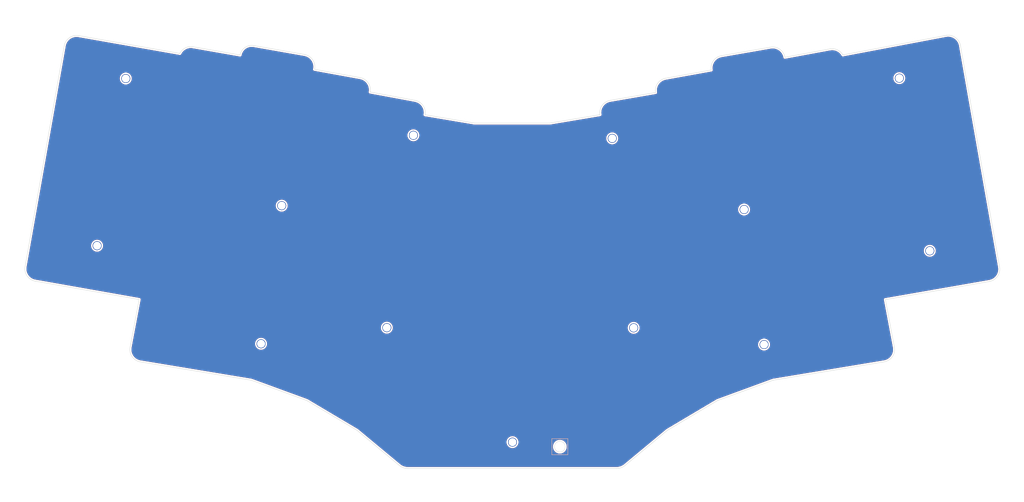
<source format=kicad_pcb>
(kicad_pcb (version 20211014) (generator pcbnew)
  (layers (0 "F.Cu" signal) (31 "B.Cu" signal) (34 "B.Paste" user) (35 "F.Paste" user) (36 "B.SilkS" user "B.Silkscreen") (37 "F.SilkS" user "F.Silkscreen") (38 "B.Mask" user) (39 "F.Mask" user) (44 "Edge.Cuts" user))
  (net 0 "")
  (footprint "fingerpunch-plates:MountingHole_2.5mm" (layer "F.Cu") (at 266.542584 182.865693)
    (fp_text reference "H11")
    (fp_text value "MountingHole")
    (pad "" np_thru_hole circle (at 0 0) (size 2.9 2.9) (drill 2.5) (layers F&B.Cu *.Mask))
  )
  (footprint "fingerpunch-plates:MountingHole_2.5mm" (layer "F.Cu") (at 362.532581 157.895694)
    (fp_text reference "H13")
    (fp_text value "MountingHole")
    (pad "" np_thru_hole circle (at 0 0) (size 2.9 2.9) (drill 2.5) (layers F&B.Cu *.Mask))
  )
  (footprint "fingerpunch-plates:MountingHole_2.5mm" (layer "F.Cu") (at 101.912586 102.055688)
    (fp_text reference "H1")
    (fp_text value "MountingHole")
    (pad "" np_thru_hole circle (at 0 0) (size 2.9 2.9) (drill 2.5) (layers F&B.Cu *.Mask))
  )
  (footprint "fingerpunch-plates:MountingHole_2.5mm" (layer "F.Cu") (at 259.592582 121.45569)
    (fp_text reference "H8")
    (fp_text value "MountingHole")
    (pad "" np_thru_hole circle (at 0 0) (size 2.9 2.9) (drill 2.5) (layers F&B.Cu *.Mask))
  )
  (footprint "fingerpunch-plates:MountingHole_2.5mm" (layer "F.Cu") (at 195.142587 120.455688)
    (fp_text reference "H2")
    (fp_text value "MountingHole")
    (pad "" np_thru_hole circle (at 0 0) (size 2.9 2.9) (drill 2.5) (layers F&B.Cu *.Mask))
  )
  (footprint "fingerpunch-plates:MountingHole_2.5mm" (layer "F.Cu") (at 186.532582 182.815691)
    (fp_text reference "H5")
    (fp_text value "MountingHole")
    (pad "" np_thru_hole circle (at 0 0) (size 2.9 2.9) (drill 2.5) (layers F&B.Cu *.Mask))
  )
  (footprint "fingerpunch-plates:MountingHole_2.5mm" (layer "F.Cu") (at 145.762583 188.035688)
    (fp_text reference "H6")
    (fp_text value "MountingHole")
    (pad "" np_thru_hole circle (at 0 0) (size 2.9 2.9) (drill 2.5) (layers F&B.Cu *.Mask))
  )
  (footprint "fingerpunch-plates:MountingHole_2.5mm" (layer "F.Cu") (at 302.342582 144.515691)
    (fp_text reference "H10")
    (fp_text value "MountingHole")
    (pad "" np_thru_hole circle (at 0 0) (size 2.9 2.9) (drill 2.5) (layers F&B.Cu *.Mask))
  )
  (footprint "fingerpunch-plates:MountingHole_2.5mm" (layer "F.Cu") (at 352.652583 101.935691)
    (fp_text reference "H9")
    (fp_text value "MountingHole")
    (pad "" np_thru_hole circle (at 0 0) (size 2.9 2.9) (drill 2.5) (layers F&B.Cu *.Mask))
  )
  (footprint "fingerpunch-plates:MountingHole_2.5mm" (layer "F.Cu") (at 152.452584 143.265692)
    (fp_text reference "H3")
    (fp_text value "MountingHole")
    (pad "" np_thru_hole circle (at 0 0) (size 2.9 2.9) (drill 2.5) (layers F&B.Cu *.Mask))
  )
  (footprint "fingerpunch-plates:MountingHole_2.5mm" (layer "F.Cu") (at 227.262585 219.925692)
    (fp_text reference "H7")
    (fp_text value "MountingHole")
    (pad "" np_thru_hole circle (at 0 0) (size 2.9 2.9) (drill 2.5) (layers F&B.Cu *.Mask))
  )
  (footprint "fingerpunch-plates:MountingHole_2.5mm" (layer "F.Cu") (at 92.612583 156.245688)
    (fp_text reference "H4")
    (fp_text value "MountingHole")
    (pad "" np_thru_hole circle (at 0 0) (size 2.9 2.9) (drill 2.5) (layers F&B.Cu *.Mask))
  )
  (footprint "fingerpunch-plates:MountingHole_2.5mm" (layer "F.Cu") (at 308.812583 188.285693)
    (fp_text reference "H12")
    (fp_text value "MountingHole")
    (pad "" np_thru_hole circle (at 0 0) (size 2.9 2.9) (drill 2.5) (layers F&B.Cu *.Mask))
  )
  (footprint "fingerpunch-plates:SKQG-1155865" (layer "B.Cu") (at 242.614345 221.391857)
    (fp_text reference "SW41")
    (fp_text value "SW_Push")
    (fp_line (start 2.6 2.6) (end 2.6 -2.6) (layer "B.SilkS") (width 0.15))
    (fp_line (start -2.6 -2.6) (end -2.6 2.6) (layer "B.SilkS") (width 0.15))
    (fp_line (start -2.6 2.6) (end 2.6 2.6) (layer "B.SilkS") (width 0.15))
    (fp_line (start 2.6 -2.6) (end -2.6 -2.6) (layer "B.SilkS") (width 0.15))
    (fp_circle (center 0 0) (end 1.75 0) (layer "Edge.Cuts") (width 0.12) (fill none))
  )
  (gr_arc (start 138.979254 94.452279) (mid 140.513921 92.033605) (end 143.300102 91.368469) (layer "Edge.Cuts") (width 0.124256))
  (gr_line (start 86.661503 88.177844) (end 119.445996 93.936464) (layer "Edge.Cuts") (width 0.124256))
  (gr_line (start 123.287031 91.708394) (end 138.979267 94.452275) (layer "Edge.Cuts") (width 0.124256))
  (gr_arc (start 255.634694 113.782214) (mid 256.315949 110.7849) (end 258.91709 109.147151) (layer "Edge.Cuts") (width 0.124256))
  (gr_line (start 143.300102 91.368469) (end 159.871459 94.281217) (layer "Edge.Cuts") (width 0.124256))
  (gr_arc (start 351.055906 189.235399) (mid 350.374647 192.232741) (end 347.773507 193.870464) (layer "Edge.Cuts") (width 0.124256))
  (gr_arc (start 106.560665 193.870461) (mid 103.977034 192.205175) (end 103.327776 189.200731) (layer "Edge.Cuts") (width 0.124256))
  (gr_line (start 81.991781 91.410727) (end 69.291776 163.038736) (layer "Edge.Cuts") (width 0.124256))
  (gr_line (start 106.263087 173.663154) (end 103.327776 189.200731) (layer "Edge.Cuts") (width 0.124256))
  (gr_line (start 293.715085 206.42915) (end 277.459093 216.081151) (layer "Edge.Cuts") (width 0.124256))
  (gr_line (start 347.773507 193.870464) (end 311.749087 199.825153) (layer "Edge.Cuts") (width 0.124256))
  (gr_line (start 277.459093 216.081151) (end 263.997092 227.257152) (layer "Edge.Cuts") (width 0.124256))
  (gr_line (start 311.749087 199.825153) (end 293.715085 206.42915) (layer "Edge.Cuts") (width 0.124256))
  (gr_arc (start 263.997092 227.257152) (mid 262.585433 228.140348) (end 260.949087 228.448874) (layer "Edge.Cuts") (width 0.124256))
  (gr_line (start 193.385088 228.448872) (end 260.949087 228.448876) (layer "Edge.Cuts") (width 0.124256))
  (gr_line (start 348.120592 173.697817) (end 351.055905 189.235397) (layer "Edge.Cuts") (width 0.124256))
  (gr_line (start 381.853088 167.821156) (end 348.120592 173.697817) (layer "Edge.Cuts") (width 0.124256))
  (gr_line (start 385.135487 163.186086) (end 372.455085 91.367158) (layer "Edge.Cuts") (width 0.124256))
  (gr_line (start 367.820017 88.084758) (end 334.355093 94.415152) (layer "Edge.Cuts") (width 0.124256))
  (gr_line (start 330.23717 92.456283) (end 315.559083 95.177153) (layer "Edge.Cuts") (width 0.124256))
  (gr_line (start 310.924023 91.894751) (end 294.985091 94.669157) (layer "Edge.Cuts") (width 0.124256))
  (gr_line (start 291.702689 99.304219) (end 276.93148 101.972083) (layer "Edge.Cuts") (width 0.124256))
  (gr_line (start 273.649089 106.607155) (end 258.91709 109.147151) (layer "Edge.Cuts") (width 0.124256))
  (gr_line (start 214.975085 116.513159) (end 198.903984 113.816886) (layer "Edge.Cuts") (width 0.124256))
  (gr_line (start 195.671091 109.147161) (end 181.123976 106.450885) (layer "Edge.Cuts") (width 0.124256))
  (gr_line (start 177.891085 101.781153) (end 163.089975 99.084876) (layer "Edge.Cuts") (width 0.124256))
  (gr_arc (start 273.649082 106.60716) (mid 274.330272 103.609772) (end 276.93148 101.972083) (layer "Edge.Cuts") (width 0.124256))
  (gr_line (start 142.585088 199.825154) (end 160.619086 206.429151) (layer "Edge.Cuts") (width 0.124256))
  (gr_arc (start 310.924025 91.894764) (mid 313.921405 92.57596) (end 315.559083 95.177153) (layer "Edge.Cuts") (width 0.124256))
  (gr_line (start 160.619086 206.429151) (end 176.875082 216.081152) (layer "Edge.Cuts") (width 0.124256))
  (gr_arc (start 119.445984 93.936467) (mid 121.027465 92.237961) (end 123.287031 91.708394) (layer "Edge.Cuts") (width 0.124256))
  (gr_arc (start 193.385094 228.448874) (mid 191.748748 228.140343) (end 190.337088 227.257152) (layer "Edge.Cuts") (width 0.124256))
  (gr_arc (start 195.671092 109.147155) (mid 198.254712 110.812428) (end 198.903984 113.816886) (layer "Edge.Cuts") (width 0.124256))
  (gr_line (start 72.524664 167.708462) (end 106.263087 173.663154) (layer "Edge.Cuts") (width 0.124256))
  (gr_arc (start 72.524661 167.708468) (mid 69.941168 166.043115) (end 69.291776 163.038736) (layer "Edge.Cuts") (width 0.124256))
  (gr_line (start 106.56066 193.870464) (end 142.585088 199.825154) (layer "Edge.Cuts") (width 0.124256))
  (gr_line (start 239.359086 116.513154) (end 214.975085 116.513159) (layer "Edge.Cuts") (width 0.124256))
  (gr_arc (start 291.702695 99.30422) (mid 292.383946 96.306901) (end 294.985091 94.669157) (layer "Edge.Cuts") (width 0.124256))
  (gr_arc (start 330.237163 92.456281) (mid 332.606199 92.783888) (end 334.355093 94.415152) (layer "Edge.Cuts") (width 0.124256))
  (gr_arc (start 385.135489 163.186084) (mid 384.454231 166.183408) (end 381.853088 167.821156) (layer "Edge.Cuts") (width 0.124256))
  (gr_line (start 176.875082 216.081152) (end 190.33709 227.25715) (layer "Edge.Cuts") (width 0.124256))
  (gr_line (start 255.634686 113.782213) (end 239.359086 116.513154) (layer "Edge.Cuts") (width 0.124256))
  (gr_arc (start 81.99178 91.410742) (mid 83.657093 88.827152) (end 86.661503 88.177844) (layer "Edge.Cuts") (width 0.124256))
  (gr_arc (start 159.871457 94.281212) (mid 162.497018 96.002084) (end 163.089975 99.084876) (layer "Edge.Cuts") (width 0.124256))
  (gr_arc (start 177.891088 101.781153) (mid 180.474634 103.446468) (end 181.123976 106.450885) (layer "Edge.Cuts") (width 0.124256))
  (gr_arc (start 367.820032 88.084757) (mid 370.817415 88.765958) (end 372.455085 91.367158) (layer "Edge.Cuts") (width 0.124256))
  (zone (net 0) (net_name "") (layers F&B.Cu) (connect_pads (clearance 0.508)) (min_thickness 0.254) (fill yes (thermal_gap 0.508) (thermal_bridge_width 0.508))
    (polygon (pts (xy 387.68 80.51) (xy 393.08 239.27) (xy 61.14 237.77) (xy 61.74 76.6)))
  )
)
</source>
